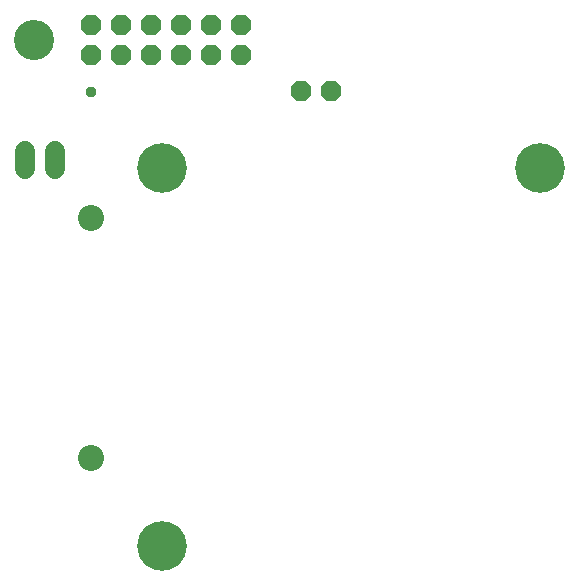
<source format=gbr>
G04 EAGLE Gerber RS-274X export*
G75*
%MOMM*%
%FSLAX34Y34*%
%LPD*%
%INSoldermask Bottom*%
%IPPOS*%
%AMOC8*
5,1,8,0,0,1.08239X$1,22.5*%
G01*
%ADD10C,3.403200*%
%ADD11C,4.203200*%
%ADD12C,2.203200*%
%ADD13P,1.869504X8X22.500000*%
%ADD14C,1.727200*%
%ADD15P,1.869504X8X292.500000*%
%ADD16C,0.959600*%


D10*
X27500Y468630D03*
D11*
X136000Y360000D03*
X136000Y40000D03*
X456000Y360000D03*
D12*
X76200Y114300D03*
X76200Y317500D03*
D13*
X76200Y455930D03*
X76200Y481330D03*
X101600Y455930D03*
X101600Y481330D03*
X127000Y455930D03*
X127000Y481330D03*
X152400Y455930D03*
X152400Y481330D03*
X177800Y455930D03*
X177800Y481330D03*
X203200Y455930D03*
X203200Y481330D03*
D14*
X20320Y374650D02*
X20320Y359410D01*
X45720Y359410D02*
X45720Y374650D01*
D15*
X279400Y425450D03*
X254000Y425450D03*
D16*
X75700Y424180D03*
M02*

</source>
